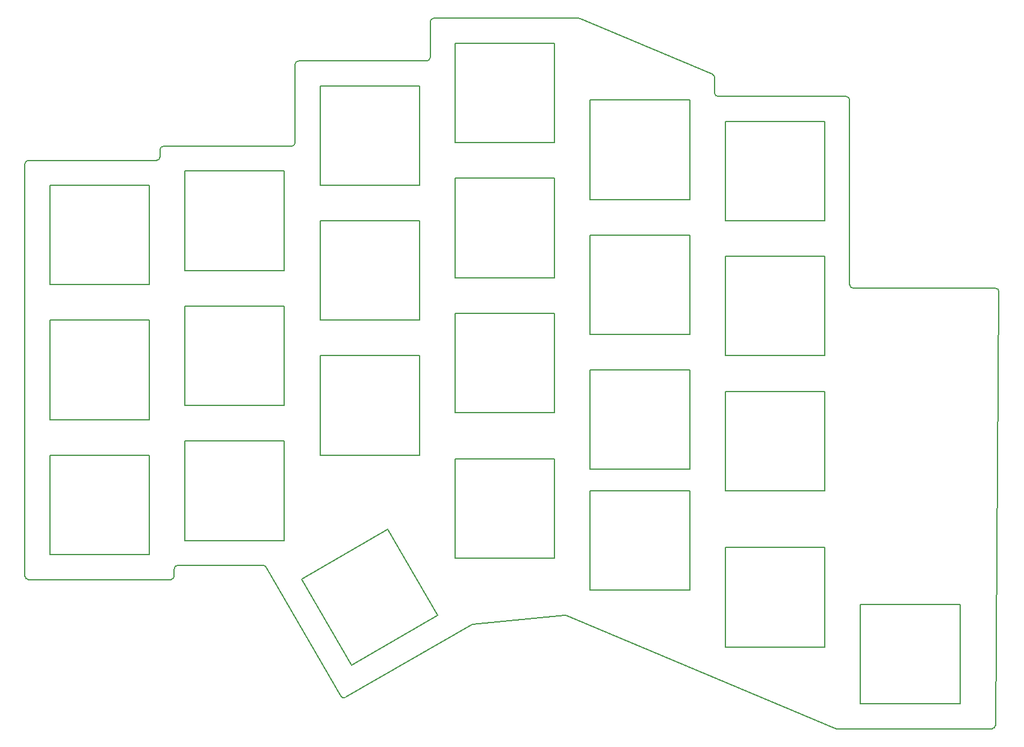
<source format=gbr>
%TF.GenerationSoftware,KiCad,Pcbnew,(6.0.9)*%
%TF.CreationDate,2023-04-16T13:38:52+02:00*%
%TF.ProjectId,iteMX_top,6974654d-585f-4746-9f70-2e6b69636164,v1.0.0*%
%TF.SameCoordinates,Original*%
%TF.FileFunction,Profile,NP*%
%FSLAX46Y46*%
G04 Gerber Fmt 4.6, Leading zero omitted, Abs format (unit mm)*
G04 Created by KiCad (PCBNEW (6.0.9)) date 2023-04-16 13:38:52*
%MOMM*%
%LPD*%
G01*
G04 APERTURE LIST*
%TA.AperFunction,Profile*%
%ADD10C,0.150000*%
%TD*%
G04 APERTURE END LIST*
D10*
X83000000Y-12000000D02*
X83000000Y2000000D01*
X102000000Y-6000000D02*
X88000000Y-6000000D01*
X102000000Y-20000000D02*
X102000000Y-6000000D01*
X88000000Y-20000000D02*
X102000000Y-20000000D01*
X88000000Y-6000000D02*
X88000000Y-20000000D01*
X88000000Y2000000D02*
X102000000Y2000000D01*
X102000000Y21000000D02*
X102000000Y35000000D01*
X-10500000Y-10000000D02*
X-10500000Y48000000D01*
X-10000000Y48500000D02*
X8000000Y48500000D01*
X8500000Y49000000D02*
X8500000Y50000000D01*
X9000000Y50500000D02*
X27000000Y50500000D01*
X27500000Y51000000D02*
X27500000Y62000000D01*
X28000000Y62500000D02*
X46000000Y62500000D01*
X46500000Y63000000D02*
X46500000Y68000000D01*
X47000000Y68500000D02*
X67399029Y68500000D01*
X67593058Y68460818D02*
X86194029Y60628830D01*
X86500000Y60168012D02*
X86500000Y58000000D01*
X87000000Y57500000D02*
X105000000Y57500000D01*
X105500000Y57000000D02*
X105500000Y31000000D01*
X106000000Y30500000D02*
X125995952Y30500000D01*
X126495935Y29995968D02*
X126004000Y-31004032D01*
X125504016Y-31500000D02*
X103600971Y-31500000D01*
X103406942Y-31460818D02*
X65617732Y-15549571D01*
X65372918Y-15512975D02*
X52449769Y-16832393D01*
X52250554Y-16896795D02*
X34589746Y-27093267D01*
X33906733Y-26910254D02*
X23421090Y-8748587D01*
X22988020Y-8498587D02*
X10999943Y-8499943D01*
X10500000Y-8999943D02*
X10500000Y-10000000D01*
X10000000Y-10500000D02*
X-10000000Y-10500000D01*
X-10000000Y48500000D02*
G75*
G03*
X-10500000Y48000000I0J-500000D01*
G01*
X8000000Y48500000D02*
G75*
G03*
X8500000Y49000000I0J500000D01*
G01*
X9000000Y50500000D02*
G75*
G03*
X8500000Y50000000I0J-500000D01*
G01*
X27000000Y50500000D02*
G75*
G03*
X27500000Y51000000I0J500000D01*
G01*
X28000000Y62500000D02*
G75*
G03*
X27500000Y62000000I0J-500000D01*
G01*
X46000000Y62500000D02*
G75*
G03*
X46500000Y63000000I0J500000D01*
G01*
X47000000Y68500000D02*
G75*
G03*
X46500000Y68000000I0J-500000D01*
G01*
X67593058Y68460818D02*
G75*
G03*
X67399029Y68500000I-194029J-460818D01*
G01*
X86500000Y60168012D02*
G75*
G03*
X86194028Y60628830I-500000J0D01*
G01*
X86500000Y58000000D02*
G75*
G03*
X87000000Y57500000I500000J0D01*
G01*
X105500000Y57000000D02*
G75*
G03*
X105000000Y57500000I-500000J0D01*
G01*
X105500000Y31000000D02*
G75*
G03*
X106000000Y30500000I500000J0D01*
G01*
X126495935Y29995968D02*
G75*
G03*
X125995952Y30499999I-499983J4032D01*
G01*
X125504016Y-31500000D02*
G75*
G03*
X126004000Y-31004032I0J500000D01*
G01*
X103406942Y-31460818D02*
G75*
G03*
X103600971Y-31500000I194029J460818D01*
G01*
X65617732Y-15549571D02*
G75*
G03*
X65372919Y-15512974I-194029J-460818D01*
G01*
X52449769Y-16832394D02*
G75*
G03*
X52250554Y-16896795I50785J-497413D01*
G01*
X33906733Y-26910254D02*
G75*
G03*
X34589746Y-27093267I433013J250000D01*
G01*
X23421090Y-8748587D02*
G75*
G03*
X22988021Y-8498587I-433013J-250000D01*
G01*
X10999943Y-8499943D02*
G75*
G03*
X10500000Y-8999943I57J-500000D01*
G01*
X10000000Y-10500000D02*
G75*
G03*
X10500000Y-10000000I0J500000D01*
G01*
X-10500000Y-10000000D02*
G75*
G03*
X-10000000Y-10500000I500000J0D01*
G01*
X-7000000Y-7000000D02*
X7000000Y-7000000D01*
X7000000Y-7000000D02*
X7000000Y7000000D01*
X7000000Y7000000D02*
X-7000000Y7000000D01*
X-7000000Y7000000D02*
X-7000000Y-7000000D01*
X-7000000Y12000000D02*
X7000000Y12000000D01*
X7000000Y12000000D02*
X7000000Y26000000D01*
X7000000Y26000000D02*
X-7000000Y26000000D01*
X-7000000Y26000000D02*
X-7000000Y12000000D01*
X-7000000Y31000000D02*
X7000000Y31000000D01*
X7000000Y31000000D02*
X7000000Y45000000D01*
X7000000Y45000000D02*
X-7000000Y45000000D01*
X-7000000Y45000000D02*
X-7000000Y31000000D01*
X12000000Y-5000000D02*
X26000000Y-5000000D01*
X26000000Y-5000000D02*
X26000000Y9000000D01*
X26000000Y9000000D02*
X12000000Y9000000D01*
X12000000Y9000000D02*
X12000000Y-5000000D01*
X12000000Y14000000D02*
X26000000Y14000000D01*
X26000000Y14000000D02*
X26000000Y28000000D01*
X26000000Y28000000D02*
X12000000Y28000000D01*
X12000000Y28000000D02*
X12000000Y14000000D01*
X12000000Y33000000D02*
X26000000Y33000000D01*
X26000000Y33000000D02*
X26000000Y47000000D01*
X26000000Y47000000D02*
X12000000Y47000000D01*
X12000000Y47000000D02*
X12000000Y33000000D01*
X31000000Y7000000D02*
X45000000Y7000000D01*
X45000000Y7000000D02*
X45000000Y21000000D01*
X45000000Y21000000D02*
X31000000Y21000000D01*
X31000000Y21000000D02*
X31000000Y7000000D01*
X31000000Y26000000D02*
X45000000Y26000000D01*
X45000000Y26000000D02*
X45000000Y40000000D01*
X45000000Y40000000D02*
X31000000Y40000000D01*
X31000000Y40000000D02*
X31000000Y26000000D01*
X31000000Y45000000D02*
X45000000Y45000000D01*
X45000000Y45000000D02*
X45000000Y59000000D01*
X45000000Y59000000D02*
X31000000Y59000000D01*
X31000000Y59000000D02*
X31000000Y45000000D01*
X50000000Y13000000D02*
X64000000Y13000000D01*
X64000000Y13000000D02*
X64000000Y27000000D01*
X64000000Y27000000D02*
X50000000Y27000000D01*
X50000000Y27000000D02*
X50000000Y13000000D01*
X50000000Y32000000D02*
X64000000Y32000000D01*
X64000000Y32000000D02*
X64000000Y46000000D01*
X64000000Y46000000D02*
X50000000Y46000000D01*
X50000000Y46000000D02*
X50000000Y32000000D01*
X50000000Y51000000D02*
X64000000Y51000000D01*
X64000000Y51000000D02*
X64000000Y65000000D01*
X64000000Y65000000D02*
X50000000Y65000000D01*
X50000000Y65000000D02*
X50000000Y51000000D01*
X69000000Y5000000D02*
X83000000Y5000000D01*
X83000000Y5000000D02*
X83000000Y19000000D01*
X83000000Y19000000D02*
X69000000Y19000000D01*
X69000000Y19000000D02*
X69000000Y5000000D01*
X69000000Y24000000D02*
X83000000Y24000000D01*
X83000000Y24000000D02*
X83000000Y38000000D01*
X83000000Y38000000D02*
X69000000Y38000000D01*
X69000000Y38000000D02*
X69000000Y24000000D01*
X69000000Y43000000D02*
X83000000Y43000000D01*
X83000000Y43000000D02*
X83000000Y57000000D01*
X83000000Y57000000D02*
X69000000Y57000000D01*
X69000000Y57000000D02*
X69000000Y43000000D01*
X102000000Y2000000D02*
X102000000Y16000000D01*
X102000000Y16000000D02*
X88000000Y16000000D01*
X88000000Y16000000D02*
X88000000Y2000000D01*
X88000000Y21000000D02*
X102000000Y21000000D01*
X102000000Y35000000D02*
X88000000Y35000000D01*
X88000000Y35000000D02*
X88000000Y21000000D01*
X88000000Y40000000D02*
X102000000Y40000000D01*
X102000000Y40000000D02*
X102000000Y54000000D01*
X102000000Y54000000D02*
X88000000Y54000000D01*
X88000000Y54000000D02*
X88000000Y40000000D01*
X35437822Y-22562178D02*
X47562178Y-15562178D01*
X47562178Y-15562178D02*
X40562178Y-3437822D01*
X40562178Y-3437822D02*
X28437822Y-10437822D01*
X28437822Y-10437822D02*
X35437822Y-22562178D01*
X50000000Y-7500000D02*
X64000000Y-7500000D01*
X64000000Y-7500000D02*
X64000000Y6500000D01*
X64000000Y6500000D02*
X50000000Y6500000D01*
X50000000Y6500000D02*
X50000000Y-7500000D01*
X69000000Y-12000000D02*
X83000000Y-12000000D01*
X83000000Y2000000D02*
X69000000Y2000000D01*
X69000000Y2000000D02*
X69000000Y-12000000D01*
X107000000Y-28000000D02*
X121000000Y-28000000D01*
X121000000Y-28000000D02*
X121000000Y-14000000D01*
X121000000Y-14000000D02*
X107000000Y-14000000D01*
X107000000Y-14000000D02*
X107000000Y-28000000D01*
M02*

</source>
